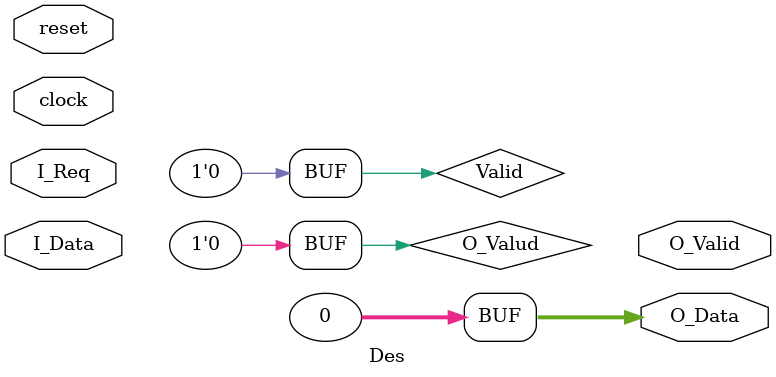
<source format=sv>

module Des
#(
	parameter int WIDTH_INPUT	= 8,
	parameter int WIDTH_OUTPUT	= 32
)(
	input						clock,
	input						reset,
	input						I_Req,					//Request
	input	[WIDTH_INPUT-1:0]	I_Data,					//Serial Source
	output						O_Valid,				//Valid Output
	output	[WIDTH_OUTPUT-1:0]	O_Data					//De-serialized Data
);


	localparam int	ROUND_VAL	= (WIDTH_INPUT+1)/2;
	localparam int	COUNT_VAL	= (WIDTH_OUTPUT+ROUND_VAL)/WIDTH_INPUT;
	localparam int	WIDTH_COUNT	= $clog2(COUNT_VAL);



	logic	[WIDTH_OUTPUT-1:0]	Shift_Data;

	logic						Valid;

	logic	[WIDTH_COUNT-1:0]	Count;

	logic	[WIDTH_OUTPUT-1:0]	Data;


	assign Valid				= Count == COUNT_VAL;

	assign O_Valud				= Valid;
	assign O_Data				= ( Valid ) ? Data : '0;

	assign Shift_Data			= I_Data << ( WIDTH_INPUT << Count );


	always_ff @( posedge clock ) begin
		if ( reset ) begin
			Data			<= 0;
		end
		else if ( Valid ) begin
			Data			<= 0;
		end
		else if ( I_Req ) begin
			Data			<= Data | Shift_Data;
		end
	end


	always_ff @( posedge clock ) begin
		if ( reset ) begin
			Count			<= 0;
		end
		else if ( Valid ) begin
			Count			<= 0;
		end
		else if ( I_Req ) begin
			Count			<= Count + 1'b1;
		end
	end

endmodule
</source>
